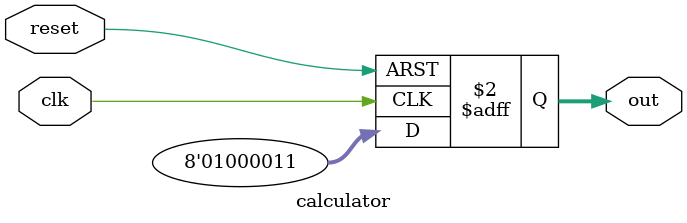
<source format=v>
module calculator(
    input clk,
    input reset,
    output reg [7:0] out
);
    always @(posedge clk or posedge reset) begin
        if(reset)
            out <= "C";  // ASCII C
        else
            out <= "C";
    end
endmodule
</source>
